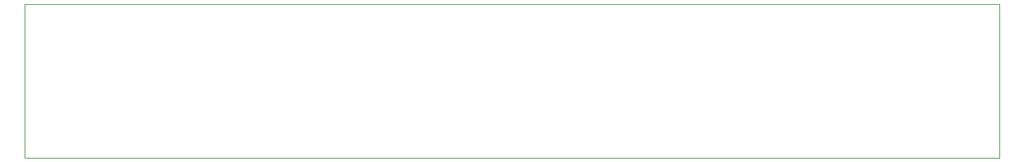
<source format=gbr>
G04 #@! TF.GenerationSoftware,KiCad,Pcbnew,(5.99.0-823-ga085f82be)*
G04 #@! TF.CreationDate,2020-04-11T14:47:27-07:00*
G04 #@! TF.ProjectId,USBtoTTL_Serial,55534274-6f54-4544-9c5f-53657269616c,n/c*
G04 #@! TF.SameCoordinates,Original*
G04 #@! TF.FileFunction,Profile,NP*
%FSLAX46Y46*%
G04 Gerber Fmt 4.6, Leading zero omitted, Abs format (unit mm)*
G04 Created by KiCad (PCBNEW (5.99.0-823-ga085f82be)) date 2020-04-11 14:47:27*
%MOMM*%
%LPD*%
G04 APERTURE LIST*
%ADD10C,0.050000*%
G04 APERTURE END LIST*
D10*
X64770000Y-121920000D02*
X185420000Y-121920000D01*
X64770000Y-102870000D02*
X64770000Y-121920000D01*
X185420000Y-102870000D02*
X64770000Y-102870000D01*
X185420000Y-102870000D02*
X185420000Y-121920000D01*
M02*

</source>
